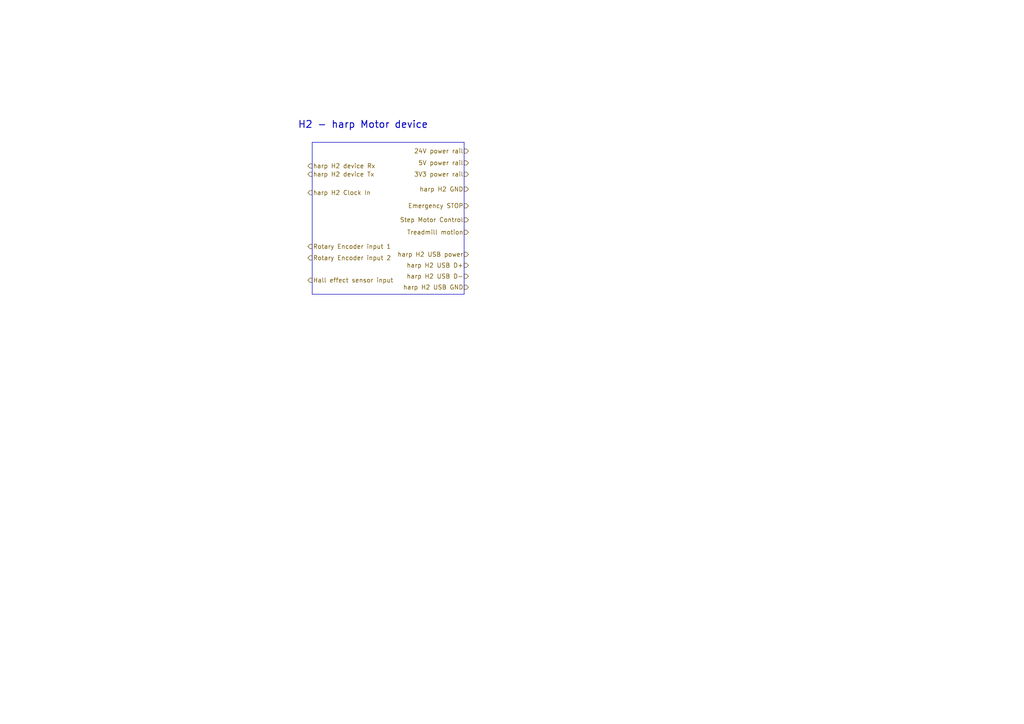
<source format=kicad_sch>
(kicad_sch (version 20230121) (generator eeschema)
  (paper "A4")
  (lib_symbols)
  (polyline (pts (xy 90.551 41.275) (xy 90.551 85.344)))
  (polyline (pts (xy 90.551 41.275) (xy 134.62 41.275)))
  (polyline (pts (xy 134.62 85.344) (xy 134.62 41.275)))
  (polyline (pts (xy 90.551 85.344) (xy 134.62 85.344)))
  (text "H2 - harp Motor device" (at 86.36 37.465 0) (effects (font (size 2.032 2.032) (thickness 0.254) bold) (justify left bottom)))
  (hierarchical_label "harp H2 device Tx" (shape input) (at 89.281 50.546 0))
  (hierarchical_label "24V power rail" (shape input) (at 135.89 43.815 180))
  (hierarchical_label "harp H2 USB GND" (shape input) (at 135.89 83.312 180))
  (hierarchical_label "Hall effect sensor input" (shape input) (at 89.281 81.28 0))
  (hierarchical_label "Treadmill motion" (shape input) (at 135.89 67.3608 180))
  (hierarchical_label "harp H2 Clock In" (shape input) (at 89.281 55.88 0))
  (hierarchical_label "harp H2 USB D-" (shape input) (at 135.89 80.137 180))
  (hierarchical_label "harp H2 USB power" (shape input) (at 135.89 73.787 180))
  (hierarchical_label "Emergency STOP" (shape input) (at 135.89 59.69 180))
  (hierarchical_label "harp H2 USB D+" (shape input) (at 135.89 76.962 180))
  (hierarchical_label "harp H2 GND" (shape input) (at 135.89 54.864 180))
  (hierarchical_label "5V power rail" (shape input) (at 135.89 47.244 180))
  (hierarchical_label "Step Motor Control" (shape input) (at 135.89 63.754 180))
  (hierarchical_label "Rotary Encoder input 2" (shape input) (at 89.281 74.803 0))
  (hierarchical_label "harp H2 device Rx" (shape input) (at 89.281 48.133 0))
  (hierarchical_label "Rotary Encoder input 1" (shape input) (at 89.281 71.501 0))
  (hierarchical_label "3V3 power rail" (shape input) (at 135.89 50.546 180))
)
</source>
